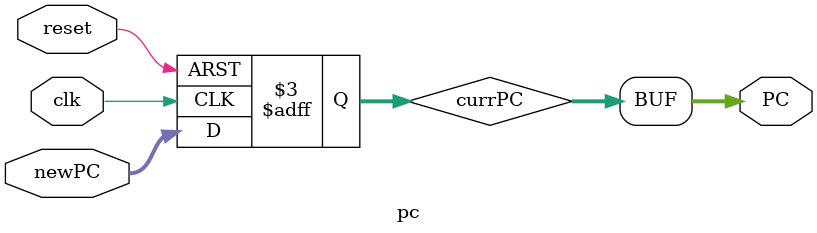
<source format=v>
`timescale 1ns/1ns
module pc(clk, newPC, PC, reset); 
  
input clk, reset;
input [31:0] newPC;  
output [31:0] PC;  

reg [31:0] currPC;

initial begin
currPC = 0;
end

always @(posedge clk, posedge reset) begin
    if (reset)
        currPC <= 0;
    else
        currPC <= newPC;
end

assign PC = currPC;
endmodule

</source>
